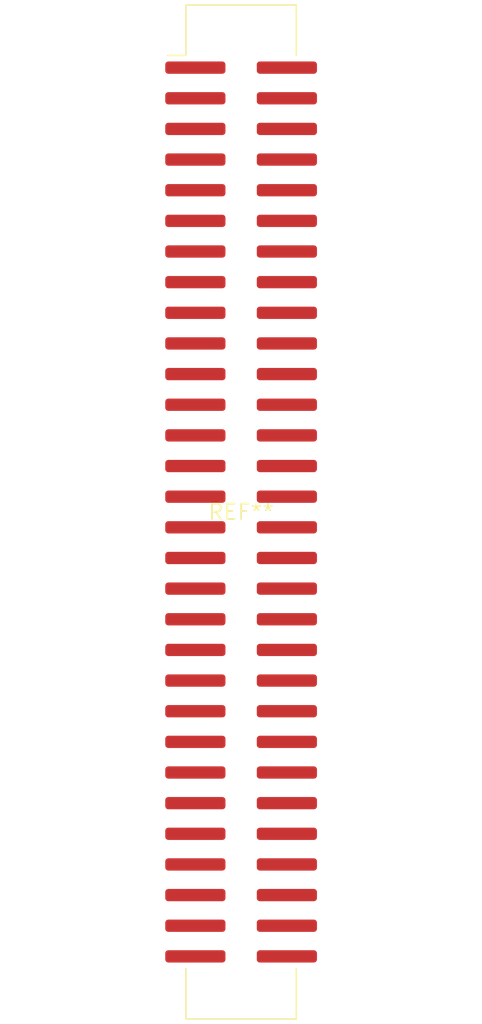
<source format=kicad_pcb>
(kicad_pcb (version 20240108) (generator pcbnew)
  (layers (0 "F.Cu" signal) (31 "B.Cu" signal) (34 "B.Paste" user) (35 "F.Paste" user) (36 "B.SilkS" user "B.Silkscreen") (37 "F.SilkS" user "F.Silkscreen") (38 "B.Mask" user) (39 "F.Mask" user) (44 "Edge.Cuts" user))
  (net 0 "")
  (footprint "IDC-Header_2x30_P2.54mm_Vertical_SMD" (layer "F.Cu") (at 0 0)
    (property "Reference" "REF**")
    (property "Value" "IDC-Header_2x30_P2.54mm_Vertical_SMD")
    (fp_line (start -4.585 -42.02) (end 4.585 -42.02) (layer "F.SilkS") (stroke (width 0.12)))
    (fp_line (start -4.585 -37.84) (end -6.085 -37.84) (layer "F.SilkS") (stroke (width 0.12)))
    (fp_line (start -4.585 -37.84) (end -4.585 -42.02) (layer "F.SilkS") (stroke (width 0.12)))
    (fp_line (start -4.585 37.84) (end -4.585 42.02) (layer "F.SilkS") (stroke (width 0.12)))
    (fp_line (start -4.585 42.02) (end 4.585 42.02) (layer "F.SilkS") (stroke (width 0.12)))
    (fp_line (start 4.585 -42.02) (end 4.585 -37.84) (layer "F.SilkS") (stroke (width 0.12)))
    (fp_line (start 4.585 42.02) (end 4.585 37.84) (layer "F.SilkS") (stroke (width 0.12)))
    (pad "1" smd roundrect (at -3.8 -36.83) (size 5 1.02) (layers "F.Cu" "F.Paste" "F.Mask"))
    (pad "2" smd roundrect (at 3.8 -36.83) (size 5 1.02) (layers "F.Cu" "F.Paste" "F.Mask"))
    (pad "3" smd roundrect (at -3.8 -34.29) (size 5 1.02) (layers "F.Cu" "F.Paste" "F.Mask"))
    (pad "4" smd roundrect (at 3.8 -34.29) (size 5 1.02) (layers "F.Cu" "F.Paste" "F.Mask"))
    (pad "5" smd roundrect (at -3.8 -31.75) (size 5 1.02) (layers "F.Cu" "F.Paste" "F.Mask"))
    (pad "6" smd roundrect (at 3.8 -31.75) (size 5 1.02) (layers "F.Cu" "F.Paste" "F.Mask"))
    (pad "7" smd roundrect (at -3.8 -29.21) (size 5 1.02) (layers "F.Cu" "F.Paste" "F.Mask"))
    (pad "8" smd roundrect (at 3.8 -29.21) (size 5 1.02) (layers "F.Cu" "F.Paste" "F.Mask"))
    (pad "9" smd roundrect (at -3.8 -26.67) (size 5 1.02) (layers "F.Cu" "F.Paste" "F.Mask"))
    (pad "10" smd roundrect (at 3.8 -26.67) (size 5 1.02) (layers "F.Cu" "F.Paste" "F.Mask"))
    (pad "11" smd roundrect (at -3.8 -24.13) (size 5 1.02) (layers "F.Cu" "F.Paste" "F.Mask"))
    (pad "12" smd roundrect (at 3.8 -24.13) (size 5 1.02) (layers "F.Cu" "F.Paste" "F.Mask"))
    (pad "13" smd roundrect (at -3.8 -21.59) (size 5 1.02) (layers "F.Cu" "F.Paste" "F.Mask"))
    (pad "14" smd roundrect (at 3.8 -21.59) (size 5 1.02) (layers "F.Cu" "F.Paste" "F.Mask"))
    (pad "15" smd roundrect (at -3.8 -19.05) (size 5 1.02) (layers "F.Cu" "F.Paste" "F.Mask"))
    (pad "16" smd roundrect (at 3.8 -19.05) (size 5 1.02) (layers "F.Cu" "F.Paste" "F.Mask"))
    (pad "17" smd roundrect (at -3.8 -16.51) (size 5 1.02) (layers "F.Cu" "F.Paste" "F.Mask"))
    (pad "18" smd roundrect (at 3.8 -16.51) (size 5 1.02) (layers "F.Cu" "F.Paste" "F.Mask"))
    (pad "19" smd roundrect (at -3.8 -13.97) (size 5 1.02) (layers "F.Cu" "F.Paste" "F.Mask"))
    (pad "20" smd roundrect (at 3.8 -13.97) (size 5 1.02) (layers "F.Cu" "F.Paste" "F.Mask"))
    (pad "21" smd roundrect (at -3.8 -11.43) (size 5 1.02) (layers "F.Cu" "F.Paste" "F.Mask"))
    (pad "22" smd roundrect (at 3.8 -11.43) (size 5 1.02) (layers "F.Cu" "F.Paste" "F.Mask"))
    (pad "23" smd roundrect (at -3.8 -8.89) (size 5 1.02) (layers "F.Cu" "F.Paste" "F.Mask"))
    (pad "24" smd roundrect (at 3.8 -8.89) (size 5 1.02) (layers "F.Cu" "F.Paste" "F.Mask"))
    (pad "25" smd roundrect (at -3.8 -6.35) (size 5 1.02) (layers "F.Cu" "F.Paste" "F.Mask"))
    (pad "26" smd roundrect (at 3.8 -6.35) (size 5 1.02) (layers "F.Cu" "F.Paste" "F.Mask"))
    (pad "27" smd roundrect (at -3.8 -3.81) (size 5 1.02) (layers "F.Cu" "F.Paste" "F.Mask"))
    (pad "28" smd roundrect (at 3.8 -3.81) (size 5 1.02) (layers "F.Cu" "F.Paste" "F.Mask"))
    (pad "29" smd roundrect (at -3.8 -1.27) (size 5 1.02) (layers "F.Cu" "F.Paste" "F.Mask"))
    (pad "30" smd roundrect (at 3.8 -1.27) (size 5 1.02) (layers "F.Cu" "F.Paste" "F.Mask"))
    (pad "31" smd roundrect (at -3.8 1.27) (size 5 1.02) (layers "F.Cu" "F.Paste" "F.Mask"))
    (pad "32" smd roundrect (at 3.8 1.27) (size 5 1.02) (layers "F.Cu" "F.Paste" "F.Mask"))
    (pad "33" smd roundrect (at -3.8 3.81) (size 5 1.02) (layers "F.Cu" "F.Paste" "F.Mask"))
    (pad "34" smd roundrect (at 3.8 3.81) (size 5 1.02) (layers "F.Cu" "F.Paste" "F.Mask"))
    (pad "35" smd roundrect (at -3.8 6.35) (size 5 1.02) (layers "F.Cu" "F.Paste" "F.Mask"))
    (pad "36" smd roundrect (at 3.8 6.35) (size 5 1.02) (layers "F.Cu" "F.Paste" "F.Mask"))
    (pad "37" smd roundrect (at -3.8 8.89) (size 5 1.02) (layers "F.Cu" "F.Paste" "F.Mask"))
    (pad "38" smd roundrect (at 3.8 8.89) (size 5 1.02) (layers "F.Cu" "F.Paste" "F.Mask"))
    (pad "39" smd roundrect (at -3.8 11.43) (size 5 1.02) (layers "F.Cu" "F.Paste" "F.Mask"))
    (pad "40" smd roundrect (at 3.8 11.43) (size 5 1.02) (layers "F.Cu" "F.Paste" "F.Mask"))
    (pad "41" smd roundrect (at -3.8 13.97) (size 5 1.02) (layers "F.Cu" "F.Paste" "F.Mask"))
    (pad "42" smd roundrect (at 3.8 13.97) (size 5 1.02) (layers "F.Cu" "F.Paste" "F.Mask"))
    (pad "43" smd roundrect (at -3.8 16.51) (size 5 1.02) (layers "F.Cu" "F.Paste" "F.Mask"))
    (pad "44" smd roundrect (at 3.8 16.51) (size 5 1.02) (layers "F.Cu" "F.Paste" "F.Mask"))
    (pad "45" smd roundrect (at -3.8 19.05) (size 5 1.02) (layers "F.Cu" "F.Paste" "F.Mask"))
    (pad "46" smd roundrect (at 3.8 19.05) (size 5 1.02) (layers "F.Cu" "F.Paste" "F.Mask"))
    (pad "47" smd roundrect (at -3.8 21.59) (size 5 1.02) (layers "F.Cu" "F.Paste" "F.Mask"))
    (pad "48" smd roundrect (at 3.8 21.59) (size 5 1.02) (layers "F.Cu" "F.Paste" "F.Mask"))
    (pad "49" smd roundrect (at -3.8 24.13) (size 5 1.02) (layers "F.Cu" "F.Paste" "F.Mask"))
    (pad "50" smd roundrect (at 3.8 24.13) (size 5 1.02) (layers "F.Cu" "F.Paste" "F.Mask"))
    (pad "51" smd roundrect (at -3.8 26.67) (size 5 1.02) (layers "F.Cu" "F.Paste" "F.Mask"))
    (pad "52" smd roundrect (at 3.8 26.67) (size 5 1.02) (layers "F.Cu" "F.Paste" "F.Mask"))
    (pad "53" smd roundrect (at -3.8 29.21) (size 5 1.02) (layers "F.Cu" "F.Paste" "F.Mask"))
    (pad "54" smd roundrect (at 3.8 29.21) (size 5 1.02) (layers "F.Cu" "F.Paste" "F.Mask"))
    (pad "55" smd roundrect (at -3.8 31.75) (size 5 1.02) (layers "F.Cu" "F.Paste" "F.Mask"))
    (pad "56" smd roundrect (at 3.8 31.75) (size 5 1.02) (layers "F.Cu" "F.Paste" "F.Mask"))
    (pad "57" smd roundrect (at -3.8 34.29) (size 5 1.02) (layers "F.Cu" "F.Paste" "F.Mask"))
    (pad "58" smd roundrect (at 3.8 34.29) (size 5 1.02) (layers "F.Cu" "F.Paste" "F.Mask"))
    (pad "59" smd roundrect (at -3.8 36.83) (size 5 1.02) (layers "F.Cu" "F.Paste" "F.Mask"))
    (pad "60" smd roundrect (at 3.8 36.83) (size 5 1.02) (layers "F.Cu" "F.Paste" "F.Mask"))
  )
)
</source>
